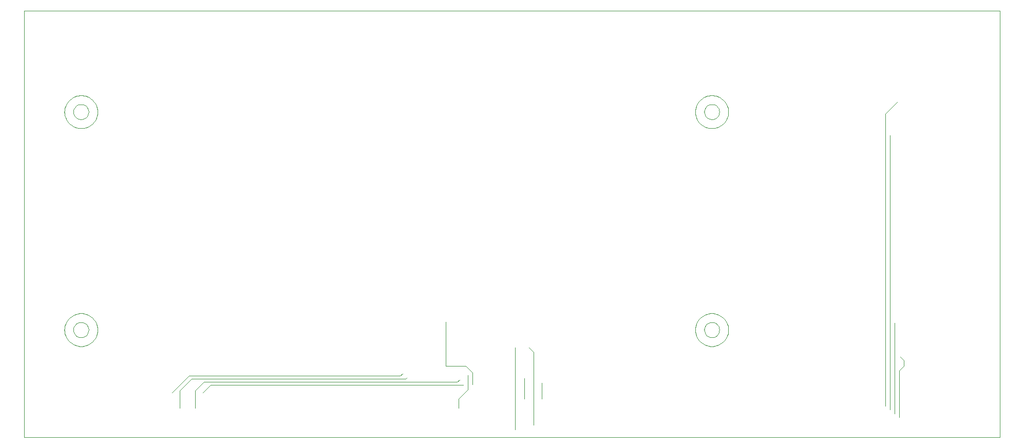
<source format=gbl>
*%FSLAX23Y23*%
*%MOIN*%
G01*
D11*
X13138Y6611D02*
Y9386D01*
X6806D02*
Y6611D01*
Y9386D02*
X13138D01*
Y6611D02*
X6806D01*
D14*
X7766Y6901D02*
X7876Y7011D01*
X8016Y6951D02*
X9656D01*
X9281Y6991D02*
X7891D01*
X7876Y7011D02*
X9246D01*
X8046Y6971D02*
X7971D01*
X8046D02*
X9616D01*
X7816Y6916D02*
Y6801D01*
Y6916D02*
X7891Y6991D01*
X7916Y6916D02*
Y6801D01*
Y6916D02*
X7971Y6971D01*
X8016Y6951D02*
X7966Y6901D01*
X9281Y6991D02*
X9291Y7001D01*
X9261Y7026D02*
X9246Y7011D01*
X9616Y6971D02*
X9631Y6986D01*
X10111Y7166D02*
Y6691D01*
X9991Y6661D02*
Y7196D01*
X10081D02*
X10111Y7166D01*
X12456Y7356D02*
Y6766D01*
X12426Y6791D02*
Y8576D01*
X12396Y8716D02*
Y6816D01*
X12516Y7076D02*
Y7111D01*
X12486Y7046D02*
Y6741D01*
X12516Y7111D02*
X12491Y7136D01*
X12396Y8716D02*
X12476Y8796D01*
X12516Y7076D02*
X12486Y7046D01*
D16*
X9671Y7076D02*
X9541D01*
Y7361D01*
X9626Y6861D02*
Y6801D01*
X9686Y6921D02*
Y7016D01*
X9716Y7031D02*
Y6956D01*
Y7031D02*
X9671Y7076D01*
X9686Y6921D02*
X9626Y6861D01*
X10166D02*
Y6966D01*
X10051Y6996D02*
Y6861D01*
D20*
X12576Y7091D02*
D03*
Y9206D02*
D03*
X12571Y8496D02*
D03*
X12576Y7791D02*
D03*
X12326Y7541D02*
D03*
Y6836D02*
D03*
X12456Y7496D02*
D03*
Y7356D02*
D03*
X12396Y6816D02*
D03*
X12426Y6791D02*
D03*
X12456Y6766D02*
D03*
X12486Y6741D02*
D03*
Y7091D02*
D03*
X12491Y7136D02*
D03*
X12481Y8496D02*
D03*
X12486Y7791D02*
D03*
X12426Y8576D02*
D03*
Y8926D02*
D03*
X12476Y8796D02*
D03*
X12486Y9206D02*
D03*
X12186Y8901D02*
D03*
X12231Y7186D02*
D03*
X12186Y7406D02*
D03*
X12141Y7291D02*
D03*
X12276Y8901D02*
D03*
X12321Y8246D02*
D03*
X12181Y8186D02*
D03*
X12291Y8846D02*
D03*
X12216Y8646D02*
D03*
X12186Y6776D02*
D03*
X11931Y9041D02*
D03*
Y7691D02*
D03*
Y6921D02*
D03*
Y8331D02*
D03*
X11591Y7867D02*
D03*
X11566Y9216D02*
D03*
X11546Y8756D02*
D03*
X11646Y7541D02*
D03*
X11566Y8511D02*
D03*
X11646Y8191D02*
D03*
Y7271D02*
D03*
X11616Y7096D02*
D03*
X11486Y8896D02*
D03*
X11446Y7561D02*
D03*
X11456Y8191D02*
D03*
X11371Y7096D02*
D03*
X11511Y9066D02*
D03*
X11201Y6996D02*
D03*
X11031Y7941D02*
D03*
X11091Y7381D02*
D03*
X11076Y6901D02*
D03*
X11091Y7291D02*
D03*
X11071Y8896D02*
D03*
X10971Y8375D02*
D03*
X11091Y8286D02*
D03*
Y7801D02*
D03*
X10786Y7536D02*
D03*
X10841Y6801D02*
D03*
X10786Y7626D02*
D03*
X10881Y8896D02*
D03*
X10776Y8526D02*
D03*
X10786Y8021D02*
D03*
X10776Y8616D02*
D03*
X10786Y8111D02*
D03*
X10879Y7051D02*
D03*
X10571Y8031D02*
D03*
Y7066D02*
D03*
X10711Y7481D02*
D03*
X10731Y6951D02*
D03*
X10726Y7026D02*
D03*
X10561Y8481D02*
D03*
X10664Y8528D02*
D03*
X10686Y7971D02*
D03*
X10556Y7546D02*
D03*
X10486Y8916D02*
D03*
X10421Y7026D02*
D03*
X10191Y7656D02*
D03*
Y7206D02*
D03*
Y7431D02*
D03*
X10231Y7026D02*
D03*
X10186Y8556D02*
D03*
X10191Y8106D02*
D03*
X10186Y8331D02*
D03*
X10191Y7881D02*
D03*
X10186Y8706D02*
D03*
X10081Y7196D02*
D03*
X10111Y6691D02*
D03*
X10021Y6911D02*
D03*
X9991Y6661D02*
D03*
Y7196D02*
D03*
X9976Y7701D02*
D03*
X10051Y6996D02*
D03*
X10166Y6966D02*
D03*
Y6861D02*
D03*
X10051D02*
D03*
X9976Y8281D02*
D03*
X9841Y7326D02*
D03*
X9894Y6803D02*
D03*
X9861Y8041D02*
D03*
X9806Y7941D02*
D03*
X9871Y8158D02*
D03*
Y7824D02*
D03*
X9856Y8346D02*
D03*
X9626Y6801D02*
D03*
X9686Y7016D02*
D03*
X9631Y6986D02*
D03*
X9656Y6951D02*
D03*
X9662Y6771D02*
D03*
X9751Y6916D02*
D03*
X9716Y6956D02*
D03*
X9721Y7248D02*
D03*
X9771Y7642D02*
D03*
X9631Y7701D02*
D03*
X9621Y8281D02*
D03*
X9741Y8158D02*
D03*
Y7824D02*
D03*
X9541Y7361D02*
D03*
X9411Y7041D02*
D03*
X9541Y7076D02*
D03*
X9581Y7361D02*
D03*
X9486Y7211D02*
D03*
X9487Y7006D02*
D03*
X9421Y6726D02*
D03*
X9291Y7001D02*
D03*
X9261Y7026D02*
D03*
X9291Y6901D02*
D03*
X8321Y8011D02*
D03*
X8171Y8151D02*
D03*
X7626Y8171D02*
D03*
X7571Y6981D02*
D03*
X7421Y7481D02*
D03*
D29*
X11160Y8727D02*
X11162D01*
X11160D02*
X11161Y8715D01*
X11163Y8702D01*
X11167Y8690D01*
X11172Y8679D01*
X11178Y8668D01*
X11186Y8658D01*
X11194Y8649D01*
X11204Y8641D01*
X11214Y8634D01*
X11225Y8628D01*
X11237Y8624D01*
X11249Y8621D01*
X11262Y8620D01*
X11274D01*
X11287Y8621D01*
X11299Y8624D01*
X11311Y8628D01*
X11322Y8634D01*
X11332Y8641D01*
X11342Y8649D01*
X11350Y8658D01*
X11358Y8668D01*
X11364Y8679D01*
X11369Y8690D01*
X11373Y8702D01*
X11375Y8715D01*
X11376Y8727D01*
X11376D01*
X11376D02*
X11375Y8739D01*
X11373Y8752D01*
X11369Y8764D01*
X11364Y8775D01*
X11358Y8786D01*
X11350Y8796D01*
X11342Y8805D01*
X11332Y8813D01*
X11322Y8820D01*
X11311Y8826D01*
X11299Y8830D01*
X11287Y8833D01*
X11274Y8834D01*
X11262D01*
X11249Y8833D01*
X11237Y8830D01*
X11225Y8826D01*
X11214Y8820D01*
X11204Y8813D01*
X11194Y8805D01*
X11186Y8796D01*
X11178Y8786D01*
X11172Y8775D01*
X11167Y8764D01*
X11163Y8752D01*
X11161Y8739D01*
X11160Y8727D01*
X11218D02*
X11220D01*
X11218D02*
X11220Y8717D01*
X11223Y8707D01*
X11228Y8698D01*
X11235Y8690D01*
X11243Y8684D01*
X11253Y8680D01*
X11263Y8678D01*
X11273D01*
X11283Y8680D01*
X11293Y8684D01*
X11301Y8690D01*
X11308Y8698D01*
X11313Y8707D01*
X11316Y8717D01*
X11318Y8727D01*
X11318D01*
X11318D02*
X11316Y8737D01*
X11313Y8747D01*
X11308Y8756D01*
X11301Y8764D01*
X11293Y8770D01*
X11283Y8774D01*
X11273Y8776D01*
X11263D01*
X11253Y8774D01*
X11243Y8770D01*
X11235Y8764D01*
X11228Y8756D01*
X11223Y8747D01*
X11220Y8737D01*
X11218Y8727D01*
X11268D02*
D03*
X11160Y7310D02*
X11162D01*
X11160D02*
X11161Y7298D01*
X11163Y7285D01*
X11167Y7273D01*
X11172Y7262D01*
X11178Y7251D01*
X11186Y7241D01*
X11194Y7232D01*
X11204Y7224D01*
X11214Y7217D01*
X11225Y7211D01*
X11237Y7207D01*
X11249Y7204D01*
X11262Y7203D01*
X11274D01*
X11287Y7204D01*
X11299Y7207D01*
X11311Y7211D01*
X11322Y7217D01*
X11332Y7224D01*
X11342Y7232D01*
X11350Y7241D01*
X11358Y7251D01*
X11364Y7262D01*
X11369Y7273D01*
X11373Y7285D01*
X11375Y7298D01*
X11376Y7310D01*
X11376D01*
X11376D02*
X11375Y7322D01*
X11373Y7335D01*
X11369Y7347D01*
X11364Y7358D01*
X11358Y7369D01*
X11350Y7379D01*
X11342Y7388D01*
X11332Y7396D01*
X11322Y7403D01*
X11311Y7409D01*
X11299Y7413D01*
X11287Y7416D01*
X11274Y7417D01*
X11262D01*
X11249Y7416D01*
X11237Y7413D01*
X11225Y7409D01*
X11214Y7403D01*
X11204Y7396D01*
X11194Y7388D01*
X11186Y7379D01*
X11178Y7369D01*
X11172Y7358D01*
X11167Y7347D01*
X11163Y7335D01*
X11161Y7322D01*
X11160Y7310D01*
X11218D02*
X11220D01*
X11218D02*
X11220Y7300D01*
X11223Y7290D01*
X11228Y7281D01*
X11235Y7273D01*
X11243Y7267D01*
X11253Y7263D01*
X11263Y7261D01*
X11273D01*
X11283Y7263D01*
X11293Y7267D01*
X11301Y7273D01*
X11308Y7281D01*
X11313Y7290D01*
X11316Y7300D01*
X11318Y7310D01*
X11318D01*
X11318D02*
X11316Y7320D01*
X11313Y7330D01*
X11308Y7339D01*
X11301Y7347D01*
X11293Y7353D01*
X11283Y7357D01*
X11273Y7359D01*
X11263D01*
X11253Y7357D01*
X11243Y7353D01*
X11235Y7347D01*
X11228Y7339D01*
X11223Y7330D01*
X11220Y7320D01*
X11218Y7310D01*
X11268D02*
D03*
X7066Y8727D02*
X7068D01*
X7066D02*
X7067Y8715D01*
X7069Y8702D01*
X7073Y8690D01*
X7078Y8679D01*
X7084Y8668D01*
X7092Y8658D01*
X7100Y8649D01*
X7110Y8641D01*
X7120Y8634D01*
X7131Y8628D01*
X7143Y8624D01*
X7155Y8621D01*
X7168Y8620D01*
X7180D01*
X7193Y8621D01*
X7205Y8624D01*
X7217Y8628D01*
X7228Y8634D01*
X7238Y8641D01*
X7248Y8649D01*
X7256Y8658D01*
X7264Y8668D01*
X7270Y8679D01*
X7275Y8690D01*
X7279Y8702D01*
X7281Y8715D01*
X7282Y8727D01*
X7282D01*
X7282D02*
X7281Y8739D01*
X7279Y8752D01*
X7275Y8764D01*
X7270Y8775D01*
X7264Y8786D01*
X7256Y8796D01*
X7248Y8805D01*
X7238Y8813D01*
X7228Y8820D01*
X7217Y8826D01*
X7205Y8830D01*
X7193Y8833D01*
X7180Y8834D01*
X7168D01*
X7155Y8833D01*
X7143Y8830D01*
X7131Y8826D01*
X7120Y8820D01*
X7110Y8813D01*
X7100Y8805D01*
X7092Y8796D01*
X7084Y8786D01*
X7078Y8775D01*
X7073Y8764D01*
X7069Y8752D01*
X7067Y8739D01*
X7066Y8727D01*
X7124D02*
X7126D01*
X7124D02*
X7126Y8717D01*
X7129Y8707D01*
X7134Y8698D01*
X7141Y8690D01*
X7149Y8684D01*
X7159Y8680D01*
X7169Y8678D01*
X7179D01*
X7189Y8680D01*
X7199Y8684D01*
X7207Y8690D01*
X7214Y8698D01*
X7219Y8707D01*
X7222Y8717D01*
X7224Y8727D01*
X7224D01*
X7224D02*
X7222Y8737D01*
X7219Y8747D01*
X7214Y8756D01*
X7207Y8764D01*
X7199Y8770D01*
X7189Y8774D01*
X7179Y8776D01*
X7169D01*
X7159Y8774D01*
X7149Y8770D01*
X7141Y8764D01*
X7134Y8756D01*
X7129Y8747D01*
X7126Y8737D01*
X7124Y8727D01*
X7174D02*
D03*
X7066Y7310D02*
X7068D01*
X7066D02*
X7067Y7298D01*
X7069Y7285D01*
X7073Y7273D01*
X7078Y7262D01*
X7084Y7251D01*
X7092Y7241D01*
X7100Y7232D01*
X7110Y7224D01*
X7120Y7217D01*
X7131Y7211D01*
X7143Y7207D01*
X7155Y7204D01*
X7168Y7203D01*
X7180D01*
X7193Y7204D01*
X7205Y7207D01*
X7217Y7211D01*
X7228Y7217D01*
X7238Y7224D01*
X7248Y7232D01*
X7256Y7241D01*
X7264Y7251D01*
X7270Y7262D01*
X7275Y7273D01*
X7279Y7285D01*
X7281Y7298D01*
X7282Y7310D01*
X7282D01*
X7282D02*
X7281Y7322D01*
X7279Y7335D01*
X7275Y7347D01*
X7270Y7358D01*
X7264Y7369D01*
X7256Y7379D01*
X7248Y7388D01*
X7238Y7396D01*
X7228Y7403D01*
X7217Y7409D01*
X7205Y7413D01*
X7193Y7416D01*
X7180Y7417D01*
X7168D01*
X7155Y7416D01*
X7143Y7413D01*
X7131Y7409D01*
X7120Y7403D01*
X7110Y7396D01*
X7100Y7388D01*
X7092Y7379D01*
X7084Y7369D01*
X7078Y7358D01*
X7073Y7347D01*
X7069Y7335D01*
X7067Y7322D01*
X7066Y7310D01*
X7124D02*
X7126D01*
X7124D02*
X7126Y7300D01*
X7129Y7290D01*
X7134Y7281D01*
X7141Y7273D01*
X7149Y7267D01*
X7159Y7263D01*
X7169Y7261D01*
X7179D01*
X7189Y7263D01*
X7199Y7267D01*
X7207Y7273D01*
X7214Y7281D01*
X7219Y7290D01*
X7222Y7300D01*
X7224Y7310D01*
X7224D01*
X7224D02*
X7222Y7320D01*
X7219Y7330D01*
X7214Y7339D01*
X7207Y7347D01*
X7199Y7353D01*
X7189Y7357D01*
X7179Y7359D01*
X7169D01*
X7159Y7357D01*
X7149Y7353D01*
X7141Y7347D01*
X7134Y7339D01*
X7129Y7330D01*
X7126Y7320D01*
X7124Y7310D01*
X7174D02*
D03*
D30*
X8606Y6801D02*
D03*
X8206D02*
D03*
X9156Y6901D02*
D03*
X9106Y6801D02*
D03*
X9056Y6901D02*
D03*
X9006Y6801D02*
D03*
X8956Y6901D02*
D03*
X8906Y6801D02*
D03*
X8856Y6901D02*
D03*
X8806Y6801D02*
D03*
X8756Y6901D02*
D03*
X8706Y6801D02*
D03*
X8656Y6901D02*
D03*
X8556D02*
D03*
X8506Y6801D02*
D03*
X8456Y6901D02*
D03*
X8406Y6801D02*
D03*
X8356Y6901D02*
D03*
X8306Y6801D02*
D03*
X8256Y6901D02*
D03*
X7416Y6801D02*
D03*
X7016D02*
D03*
X7966Y6901D02*
D03*
X7916Y6801D02*
D03*
X7866Y6901D02*
D03*
X7816Y6801D02*
D03*
X7766Y6901D02*
D03*
X7716Y6801D02*
D03*
X7666Y6901D02*
D03*
X7616Y6801D02*
D03*
X7566Y6901D02*
D03*
X7516Y6801D02*
D03*
X7466Y6901D02*
D03*
X7366D02*
D03*
X7316Y6801D02*
D03*
X7266Y6901D02*
D03*
X7216Y6801D02*
D03*
X7166Y6901D02*
D03*
X7116Y6801D02*
D03*
X7066Y6901D02*
D03*
D33*
X12672Y7764D02*
D03*
Y7664D02*
D03*
Y8373D02*
D03*
Y8473D02*
D03*
Y9182D02*
D03*
Y9082D02*
D03*
Y6955D02*
D03*
Y7055D02*
D03*
D36*
X12872Y9080D02*
D03*
Y6955D02*
D03*
X8150Y6873D02*
D03*
X6960D02*
D03*
D39*
X12971Y8981D02*
D03*
X12773D02*
D03*
Y9179D02*
D03*
X12971D02*
D03*
Y7054D02*
D03*
X12773D02*
D03*
Y6856D02*
D03*
X12971D02*
D03*
D45*
X12872Y9282D02*
D03*
D47*
Y7464D02*
D03*
Y7864D02*
D03*
Y8573D02*
D03*
Y8173D02*
D03*
Y8882D02*
D03*
Y7155D02*
D03*
Y6755D02*
D03*
M02*

</source>
